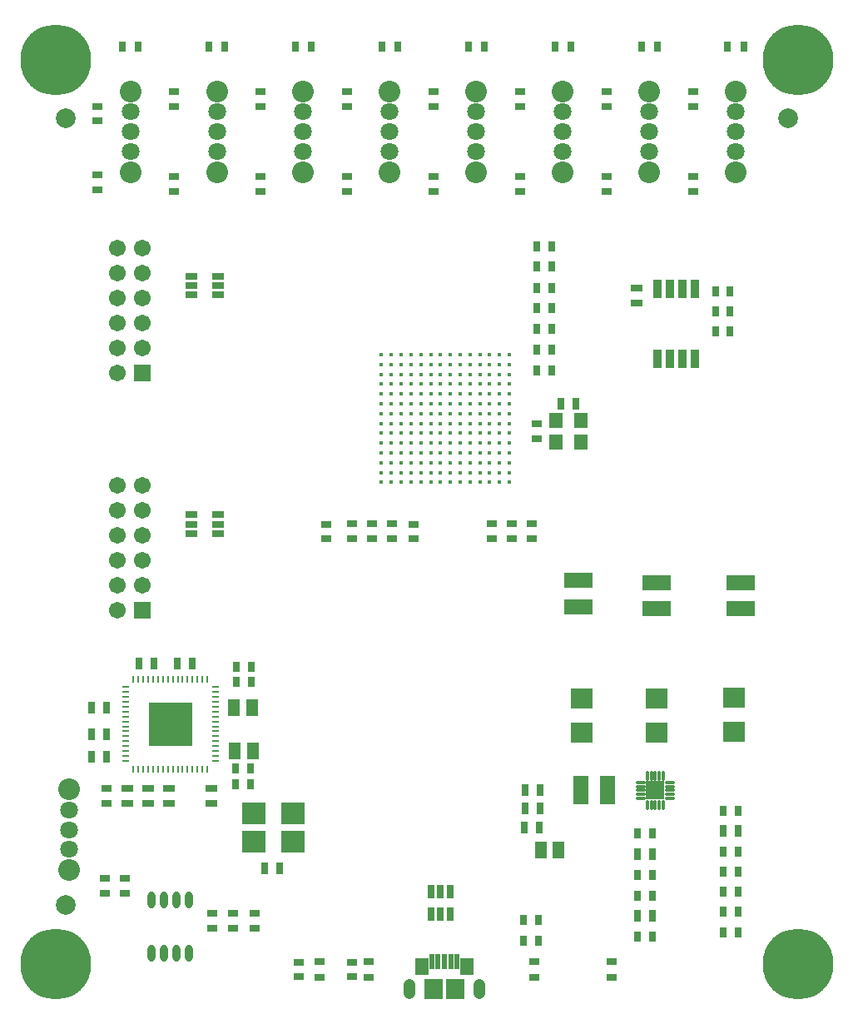
<source format=gts>
G04*
G04 #@! TF.GenerationSoftware,Altium Limited,Altium Designer,20.2.4 (192)*
G04*
G04 Layer_Color=8388736*
%FSLAX44Y44*%
%MOMM*%
G71*
G04*
G04 #@! TF.SameCoordinates,BA5F34B0-8EF9-400C-9F63-0181D384F855*
G04*
G04*
G04 #@! TF.FilePolarity,Negative*
G04*
G01*
G75*
%ADD15C,0.4000*%
%ADD34R,4.4500X4.4500*%
G04:AMPARAMS|DCode=35|XSize=0.25mm|YSize=0.75mm|CornerRadius=0.125mm|HoleSize=0mm|Usage=FLASHONLY|Rotation=180.000|XOffset=0mm|YOffset=0mm|HoleType=Round|Shape=RoundedRectangle|*
%AMROUNDEDRECTD35*
21,1,0.2500,0.5000,0,0,180.0*
21,1,0.0000,0.7500,0,0,180.0*
1,1,0.2500,0.0000,0.2500*
1,1,0.2500,0.0000,0.2500*
1,1,0.2500,0.0000,-0.2500*
1,1,0.2500,0.0000,-0.2500*
%
%ADD35ROUNDEDRECTD35*%
G04:AMPARAMS|DCode=36|XSize=0.75mm|YSize=0.25mm|CornerRadius=0.125mm|HoleSize=0mm|Usage=FLASHONLY|Rotation=180.000|XOffset=0mm|YOffset=0mm|HoleType=Round|Shape=RoundedRectangle|*
%AMROUNDEDRECTD36*
21,1,0.7500,0.0000,0,0,180.0*
21,1,0.5000,0.2500,0,0,180.0*
1,1,0.2500,-0.2500,0.0000*
1,1,0.2500,0.2500,0.0000*
1,1,0.2500,0.2500,0.0000*
1,1,0.2500,-0.2500,0.0000*
%
%ADD36ROUNDEDRECTD36*%
%ADD42R,1.1032X0.7532*%
%ADD43R,1.2032X0.7032*%
%ADD44R,0.7532X1.1032*%
%ADD45R,1.0032X0.8032*%
%ADD46R,2.8532X1.6032*%
%ADD47R,0.8032X1.2032*%
%ADD48R,1.2532X1.6532*%
%ADD49R,1.2032X0.8032*%
%ADD50R,0.8032X1.0032*%
%ADD51C,2.0000*%
%ADD52R,1.4432X1.4932*%
%ADD53R,1.8532X1.8532*%
%ADD54O,0.4032X1.0032*%
%ADD55O,1.0032X0.4032*%
%ADD56R,0.8532X1.9032*%
%ADD57R,1.6032X2.8532*%
%ADD58R,2.3032X2.1032*%
%ADD59O,0.8032X1.7032*%
%ADD60R,2.4032X2.2032*%
%ADD61R,0.8032X1.4032*%
%ADD62R,1.3532X1.6532*%
%ADD63R,0.6032X1.6032*%
%ADD64R,1.9532X2.1032*%
%ADD65C,7.2000*%
%ADD66C,1.8032*%
%ADD67O,1.2532X2.0532*%
%ADD68R,1.7032X1.7032*%
%ADD69C,1.7032*%
%ADD70C,0.7032*%
%ADD71C,2.2032*%
D15*
X501500Y529998D02*
D03*
X491500D02*
D03*
X481501D02*
D03*
X471501D02*
D03*
X461500D02*
D03*
X451500D02*
D03*
X441500D02*
D03*
X431501D02*
D03*
X421501D02*
D03*
X411500D02*
D03*
X401500D02*
D03*
X391500D02*
D03*
X381501D02*
D03*
X371501D02*
D03*
X491500Y539998D02*
D03*
X481501D02*
D03*
X471501D02*
D03*
X461500D02*
D03*
X451500D02*
D03*
X441500D02*
D03*
X431501D02*
D03*
X421501D02*
D03*
X411500D02*
D03*
X401500D02*
D03*
X391500D02*
D03*
X381501D02*
D03*
X371501D02*
D03*
X501500Y549998D02*
D03*
X491500D02*
D03*
X481501D02*
D03*
X471501D02*
D03*
X461500D02*
D03*
X451500D02*
D03*
X441500D02*
D03*
X431501D02*
D03*
X421501D02*
D03*
X411500D02*
D03*
X401500D02*
D03*
X391500D02*
D03*
X381501D02*
D03*
X371501D02*
D03*
X501500Y559998D02*
D03*
X491500D02*
D03*
X481501D02*
D03*
X471501D02*
D03*
X461500D02*
D03*
X451500D02*
D03*
X441500D02*
D03*
X431501D02*
D03*
X421501D02*
D03*
X411500D02*
D03*
X401500D02*
D03*
X391500D02*
D03*
X381501D02*
D03*
X371501D02*
D03*
X501500Y569998D02*
D03*
X491500D02*
D03*
X481501D02*
D03*
X471501D02*
D03*
X461500D02*
D03*
X451500D02*
D03*
X441500D02*
D03*
X431501D02*
D03*
X421501D02*
D03*
X411500D02*
D03*
X401500D02*
D03*
X391500D02*
D03*
X381501D02*
D03*
X371501D02*
D03*
X491500Y579998D02*
D03*
X481501D02*
D03*
X471501D02*
D03*
X461500D02*
D03*
X451500D02*
D03*
X441500D02*
D03*
X431501D02*
D03*
X421501D02*
D03*
X411500D02*
D03*
X401500D02*
D03*
X391500D02*
D03*
X381501D02*
D03*
X371501D02*
D03*
X501500Y589998D02*
D03*
X491500D02*
D03*
X481501D02*
D03*
X471501D02*
D03*
X461500D02*
D03*
X451500D02*
D03*
X441500D02*
D03*
X431501D02*
D03*
X421501D02*
D03*
X411500D02*
D03*
X401500D02*
D03*
X391500D02*
D03*
X381501D02*
D03*
X371501D02*
D03*
X491500Y599998D02*
D03*
X481501D02*
D03*
X471501D02*
D03*
X461500D02*
D03*
X451500D02*
D03*
X441500D02*
D03*
X431501D02*
D03*
X421501D02*
D03*
X411500D02*
D03*
X401500D02*
D03*
X391500D02*
D03*
X381501D02*
D03*
X371501D02*
D03*
X491500Y609998D02*
D03*
X481501D02*
D03*
X471501D02*
D03*
X461500D02*
D03*
X451500D02*
D03*
X441500D02*
D03*
X431501D02*
D03*
X421501D02*
D03*
X411500D02*
D03*
X401500D02*
D03*
X391500D02*
D03*
X381501D02*
D03*
X371501D02*
D03*
X501500Y619998D02*
D03*
X491500D02*
D03*
X481501D02*
D03*
X471501D02*
D03*
X461500D02*
D03*
X451500D02*
D03*
X441500D02*
D03*
X431501D02*
D03*
X421501D02*
D03*
X411500D02*
D03*
X401500D02*
D03*
X391500D02*
D03*
X381501D02*
D03*
X371501D02*
D03*
X501500Y629998D02*
D03*
X491500D02*
D03*
X481501D02*
D03*
X471501D02*
D03*
X461500D02*
D03*
X451500D02*
D03*
X441500D02*
D03*
X431501D02*
D03*
X421501D02*
D03*
X411500D02*
D03*
X381501D02*
D03*
X371501D02*
D03*
X501500Y639998D02*
D03*
X491500D02*
D03*
X481501D02*
D03*
X471501D02*
D03*
X461500D02*
D03*
X451500D02*
D03*
X441500D02*
D03*
X431501D02*
D03*
X421501D02*
D03*
X411500D02*
D03*
X381501D02*
D03*
X371501D02*
D03*
X501500Y649998D02*
D03*
X491500D02*
D03*
X481501D02*
D03*
X471501D02*
D03*
X461500D02*
D03*
X451500D02*
D03*
X441500D02*
D03*
X431501D02*
D03*
X401500D02*
D03*
X371501D02*
D03*
X501500Y659998D02*
D03*
X491500D02*
D03*
X481501D02*
D03*
X471501D02*
D03*
X461500D02*
D03*
X451500D02*
D03*
X441500D02*
D03*
X431501D02*
D03*
X421501D02*
D03*
X371501D02*
D03*
X501500Y579998D02*
D03*
X391500Y639998D02*
D03*
Y649998D02*
D03*
X501500Y539998D02*
D03*
Y599998D02*
D03*
Y609998D02*
D03*
X401500Y629998D02*
D03*
X391500D02*
D03*
X401500Y639998D02*
D03*
X421501Y649998D02*
D03*
X411500D02*
D03*
X381501D02*
D03*
X411500Y659998D02*
D03*
X401500D02*
D03*
X391500D02*
D03*
X381501D02*
D03*
D34*
X156610Y284328D02*
D03*
D35*
X194110Y238578D02*
D03*
X189110D02*
D03*
X184110D02*
D03*
X179110D02*
D03*
X174110D02*
D03*
X169110D02*
D03*
X164110D02*
D03*
X159110D02*
D03*
X154110D02*
D03*
X149110D02*
D03*
X144110D02*
D03*
X139110D02*
D03*
X134110D02*
D03*
X129110D02*
D03*
X124110D02*
D03*
X119110D02*
D03*
Y330078D02*
D03*
X124110D02*
D03*
X129110D02*
D03*
X134110D02*
D03*
X139110D02*
D03*
X144110D02*
D03*
X149110D02*
D03*
X154110D02*
D03*
X159110D02*
D03*
X164110D02*
D03*
X169110D02*
D03*
X174110D02*
D03*
X179110D02*
D03*
X184110D02*
D03*
X189110D02*
D03*
X194110D02*
D03*
D36*
X110860Y246828D02*
D03*
Y251828D02*
D03*
Y256828D02*
D03*
Y261828D02*
D03*
Y266828D02*
D03*
Y271828D02*
D03*
Y276828D02*
D03*
Y281828D02*
D03*
Y286828D02*
D03*
Y291828D02*
D03*
Y296828D02*
D03*
Y301828D02*
D03*
Y306828D02*
D03*
Y311828D02*
D03*
Y316828D02*
D03*
Y321828D02*
D03*
X202360D02*
D03*
Y316828D02*
D03*
Y311828D02*
D03*
Y306828D02*
D03*
Y301828D02*
D03*
Y296828D02*
D03*
Y291828D02*
D03*
Y286828D02*
D03*
Y281828D02*
D03*
Y276828D02*
D03*
Y271828D02*
D03*
Y266828D02*
D03*
Y261828D02*
D03*
Y256828D02*
D03*
Y251828D02*
D03*
Y246828D02*
D03*
D42*
X341340Y487748D02*
D03*
Y472748D02*
D03*
X91550Y218588D02*
D03*
Y203588D02*
D03*
X381980Y487748D02*
D03*
Y472748D02*
D03*
X315000Y487498D02*
D03*
Y472498D02*
D03*
X361660Y487748D02*
D03*
Y472748D02*
D03*
X336396Y840888D02*
D03*
Y825888D02*
D03*
X424410Y840888D02*
D03*
Y825888D02*
D03*
X248383Y840888D02*
D03*
Y825888D02*
D03*
X600437Y840888D02*
D03*
Y825888D02*
D03*
X688450Y840888D02*
D03*
Y825888D02*
D03*
X512423Y840888D02*
D03*
Y825888D02*
D03*
X160369Y840888D02*
D03*
Y825888D02*
D03*
X82500Y842498D02*
D03*
Y827498D02*
D03*
X248383Y912418D02*
D03*
Y927418D02*
D03*
X336396Y912418D02*
D03*
Y927418D02*
D03*
X688450Y912418D02*
D03*
Y927418D02*
D03*
X512423Y912418D02*
D03*
Y927418D02*
D03*
X160369Y912418D02*
D03*
Y927418D02*
D03*
X424410Y912418D02*
D03*
Y927418D02*
D03*
X600437Y912418D02*
D03*
Y927418D02*
D03*
X82500Y897498D02*
D03*
Y912498D02*
D03*
X404000Y487498D02*
D03*
Y472498D02*
D03*
X524620Y472948D02*
D03*
Y487948D02*
D03*
X504300Y487828D02*
D03*
Y472828D02*
D03*
X483980Y487828D02*
D03*
Y472828D02*
D03*
X529700Y574428D02*
D03*
Y589428D02*
D03*
X90280Y127148D02*
D03*
Y112148D02*
D03*
X199110Y91961D02*
D03*
Y76961D02*
D03*
X242290Y91961D02*
D03*
Y76961D02*
D03*
X110600Y112148D02*
D03*
Y127148D02*
D03*
X341740Y42058D02*
D03*
Y27058D02*
D03*
X220700Y91961D02*
D03*
Y76961D02*
D03*
X287130Y42058D02*
D03*
Y27058D02*
D03*
D43*
X205000Y739498D02*
D03*
Y729998D02*
D03*
Y720498D02*
D03*
X178000D02*
D03*
Y729998D02*
D03*
Y739498D02*
D03*
X205000Y496998D02*
D03*
Y487498D02*
D03*
Y477998D02*
D03*
X178000D02*
D03*
Y487498D02*
D03*
Y496998D02*
D03*
D44*
X238000Y238998D02*
D03*
X223000D02*
D03*
X223000Y222998D02*
D03*
X238000D02*
D03*
X224000Y326998D02*
D03*
X239000D02*
D03*
X224000Y341998D02*
D03*
X239000D02*
D03*
X516000Y63998D02*
D03*
X531000D02*
D03*
X647000Y109998D02*
D03*
X632000D02*
D03*
X647000Y172998D02*
D03*
X632000D02*
D03*
X718906Y72658D02*
D03*
X733906D02*
D03*
X718906Y93190D02*
D03*
X733906D02*
D03*
X718906Y113722D02*
D03*
X733906D02*
D03*
X718906Y134253D02*
D03*
X733906D02*
D03*
X719051Y154785D02*
D03*
X734050D02*
D03*
X734050Y195848D02*
D03*
X719050D02*
D03*
X544820Y749568D02*
D03*
X529821D02*
D03*
X529820Y769888D02*
D03*
X544820D02*
D03*
X711030Y703848D02*
D03*
X726030D02*
D03*
X711030Y683528D02*
D03*
X726030D02*
D03*
X711030Y724168D02*
D03*
X726030D02*
D03*
X544820Y727978D02*
D03*
X529821D02*
D03*
X544820Y665113D02*
D03*
X529821D02*
D03*
X544820Y644158D02*
D03*
X529821D02*
D03*
X544820Y686068D02*
D03*
X529821D02*
D03*
X544820Y707023D02*
D03*
X529821D02*
D03*
X647001Y130998D02*
D03*
X632001D02*
D03*
X647001Y67998D02*
D03*
X632001D02*
D03*
X531000Y84998D02*
D03*
X516000D02*
D03*
D45*
X358250Y26368D02*
D03*
Y42558D02*
D03*
X605900Y42748D02*
D03*
Y26558D02*
D03*
X527160D02*
D03*
Y42748D02*
D03*
X308720Y42558D02*
D03*
Y26368D02*
D03*
D46*
X571455Y430062D02*
D03*
Y403562D02*
D03*
X651500Y428248D02*
D03*
Y401748D02*
D03*
X736500Y428248D02*
D03*
Y401748D02*
D03*
D47*
X631900Y88998D02*
D03*
X647100D02*
D03*
X631900Y151998D02*
D03*
X647100D02*
D03*
X718950Y175817D02*
D03*
X734150D02*
D03*
X553850Y609868D02*
D03*
X569050D02*
D03*
X517020Y179338D02*
D03*
X532220D02*
D03*
X517260Y198388D02*
D03*
X532460D02*
D03*
X517260Y217438D02*
D03*
X532460D02*
D03*
X76350Y301258D02*
D03*
X91550D02*
D03*
X139790Y345708D02*
D03*
X124591D02*
D03*
X163960D02*
D03*
X179160D02*
D03*
X268060Y137108D02*
D03*
X252861D02*
D03*
X76400Y250998D02*
D03*
X91600D02*
D03*
X76400Y273498D02*
D03*
X91600D02*
D03*
D48*
X222000Y256998D02*
D03*
X240500D02*
D03*
X221250Y300998D02*
D03*
X239750D02*
D03*
X533270Y156478D02*
D03*
X551770D02*
D03*
D49*
X134050Y218688D02*
D03*
Y203488D02*
D03*
X155050Y218688D02*
D03*
Y203488D02*
D03*
X113050Y218688D02*
D03*
Y203488D02*
D03*
X630948Y727600D02*
D03*
Y712400D02*
D03*
X198230Y203488D02*
D03*
Y218688D02*
D03*
D50*
X723680Y972894D02*
D03*
X739870D02*
D03*
X195723D02*
D03*
X211913D02*
D03*
X547695D02*
D03*
X563885D02*
D03*
X635687D02*
D03*
X651878D02*
D03*
X459702D02*
D03*
X475892D02*
D03*
X283716D02*
D03*
X299906D02*
D03*
X371709D02*
D03*
X387899D02*
D03*
X107730D02*
D03*
X123920D02*
D03*
D51*
X50000Y899998D02*
D03*
X785000D02*
D03*
X50000Y99998D02*
D03*
D52*
X574150Y570678D02*
D03*
X548750D02*
D03*
X574150Y593178D02*
D03*
X548750D02*
D03*
D53*
X650033Y216698D02*
D03*
D54*
X642033Y231698D02*
D03*
X646033D02*
D03*
X650033D02*
D03*
X654033D02*
D03*
X658033D02*
D03*
Y201698D02*
D03*
X654033D02*
D03*
X650033D02*
D03*
X646033D02*
D03*
X642033D02*
D03*
D55*
X665033Y224698D02*
D03*
Y220698D02*
D03*
Y216698D02*
D03*
Y212698D02*
D03*
Y208698D02*
D03*
X635033D02*
D03*
Y212698D02*
D03*
Y216698D02*
D03*
Y220698D02*
D03*
Y224698D02*
D03*
D56*
X652490Y655648D02*
D03*
X665190D02*
D03*
X677890D02*
D03*
X690590D02*
D03*
X652490Y726648D02*
D03*
X665190D02*
D03*
X677890D02*
D03*
X690590D02*
D03*
D57*
X601053Y216698D02*
D03*
X574553D02*
D03*
D58*
X575146Y310148D02*
D03*
Y275648D02*
D03*
X651303Y310148D02*
D03*
Y275648D02*
D03*
X730230Y310768D02*
D03*
Y276268D02*
D03*
D59*
X175660Y105111D02*
D03*
X162960D02*
D03*
X150260D02*
D03*
X137560D02*
D03*
X175660Y51111D02*
D03*
X162960D02*
D03*
X150260D02*
D03*
X137560D02*
D03*
D60*
X241831Y193068D02*
D03*
X241831Y164968D02*
D03*
X281630D02*
D03*
Y193068D02*
D03*
D61*
X422000Y113998D02*
D03*
X431500D02*
D03*
X441000D02*
D03*
Y90998D02*
D03*
X431500D02*
D03*
X422000D02*
D03*
D62*
X458700Y37298D02*
D03*
X412300D02*
D03*
D63*
X448501Y42998D02*
D03*
X442001D02*
D03*
X422500D02*
D03*
X429001D02*
D03*
X435500D02*
D03*
D64*
X446750Y14998D02*
D03*
X424250D02*
D03*
D65*
X40000Y39998D02*
D03*
X795000Y959998D02*
D03*
X40000D02*
D03*
X795000Y39998D02*
D03*
D66*
X379899Y866728D02*
D03*
Y886728D02*
D03*
Y906728D02*
D03*
X467892Y866728D02*
D03*
Y886728D02*
D03*
Y906728D02*
D03*
X291906Y866728D02*
D03*
Y886728D02*
D03*
Y906728D02*
D03*
X115920Y866728D02*
D03*
Y886728D02*
D03*
Y906728D02*
D03*
X203913Y866728D02*
D03*
Y886728D02*
D03*
Y906728D02*
D03*
X643877Y866728D02*
D03*
Y886728D02*
D03*
Y906728D02*
D03*
X731870Y866728D02*
D03*
Y886728D02*
D03*
Y906728D02*
D03*
X555885Y866728D02*
D03*
Y886728D02*
D03*
Y906728D02*
D03*
X53450Y156798D02*
D03*
Y176798D02*
D03*
Y196798D02*
D03*
D67*
X471250Y14998D02*
D03*
X399751D02*
D03*
D68*
X128228Y399707D02*
D03*
Y641565D02*
D03*
D69*
Y425107D02*
D03*
Y450507D02*
D03*
Y475907D02*
D03*
Y501307D02*
D03*
Y526707D02*
D03*
X102828Y399707D02*
D03*
Y425107D02*
D03*
Y450507D02*
D03*
Y475907D02*
D03*
Y501307D02*
D03*
Y526707D02*
D03*
X128228Y666965D02*
D03*
Y692365D02*
D03*
Y717765D02*
D03*
Y743165D02*
D03*
Y768565D02*
D03*
X102828Y641565D02*
D03*
Y666965D02*
D03*
Y692365D02*
D03*
Y717765D02*
D03*
Y743165D02*
D03*
Y768565D02*
D03*
D70*
X655533Y211198D02*
D03*
X644533D02*
D03*
Y222198D02*
D03*
X655533D02*
D03*
X650033Y216698D02*
D03*
D71*
X379899Y845728D02*
D03*
Y927728D02*
D03*
X467892Y845728D02*
D03*
Y927728D02*
D03*
X291906Y845728D02*
D03*
Y927728D02*
D03*
X115920Y845728D02*
D03*
Y927728D02*
D03*
X203913Y845728D02*
D03*
Y927728D02*
D03*
X643877Y845728D02*
D03*
Y927728D02*
D03*
X731870Y845728D02*
D03*
Y927728D02*
D03*
X555885Y845728D02*
D03*
Y927728D02*
D03*
X53450Y135798D02*
D03*
Y217798D02*
D03*
M02*

</source>
